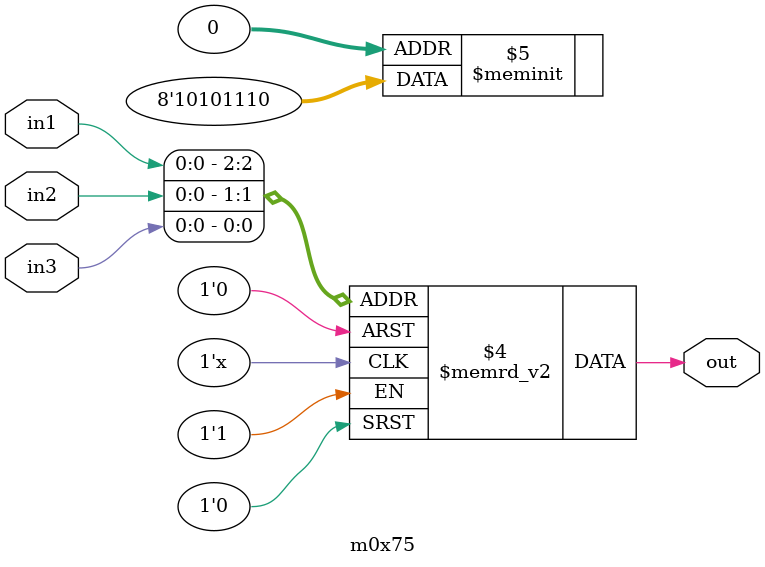
<source format=v>
module m0x75(output out, input in1, in2, in3);

   always @(in1, in2, in3)
     begin
        case({in1, in2, in3})
          3'b000: {out} = 1'b0;
          3'b001: {out} = 1'b1;
          3'b010: {out} = 1'b1;
          3'b011: {out} = 1'b1;
          3'b100: {out} = 1'b0;
          3'b101: {out} = 1'b1;
          3'b110: {out} = 1'b0;
          3'b111: {out} = 1'b1;
        endcase // case ({in1, in2, in3})
     end // always @ (in1, in2, in3)

endmodule // m0x75
</source>
